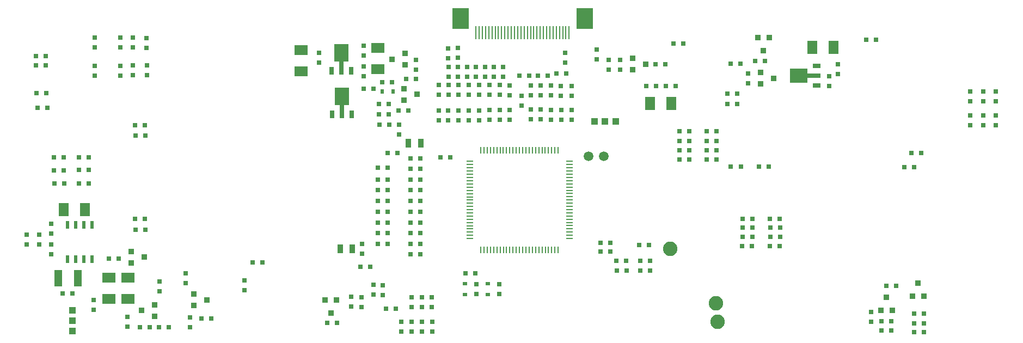
<source format=gtp>
G04 (created by PCBNEW-RS274X (2011-07-08 BZR 3044)-stable) date 12/10/2011 23:54:17*
G01*
G70*
G90*
%MOIN*%
G04 Gerber Fmt 3.4, Leading zero omitted, Abs format*
%FSLAX34Y34*%
G04 APERTURE LIST*
%ADD10C,0.020000*%
%ADD11R,0.035000X0.055000*%
%ADD12R,0.025000X0.031500*%
%ADD13R,0.031500X0.025000*%
%ADD14C,0.088600*%
%ADD15R,0.036000X0.036000*%
%ADD16R,0.040000X0.010000*%
%ADD17R,0.010000X0.040000*%
%ADD18R,0.010000X0.080000*%
%ADD19R,0.100000X0.130000*%
%ADD20R,0.027600X0.047200*%
%ADD21R,0.027600X0.078700*%
%ADD22R,0.086600X0.110300*%
%ADD23R,0.020000X0.045000*%
%ADD24R,0.039400X0.039400*%
%ADD25R,0.047200X0.027600*%
%ADD26R,0.078700X0.027600*%
%ADD27R,0.110300X0.086600*%
%ADD28R,0.031500X0.023600*%
%ADD29R,0.080000X0.060000*%
%ADD30R,0.060000X0.080000*%
%ADD31R,0.050000X0.100000*%
%ADD32C,0.059100*%
%ADD33R,0.023600X0.031500*%
G04 APERTURE END LIST*
G54D10*
G54D11*
X34342Y-27756D03*
X33592Y-27756D03*
X38525Y-21315D03*
X37775Y-21315D03*
G54D12*
X36510Y-27450D03*
X35910Y-27450D03*
X36510Y-26800D03*
X35910Y-26800D03*
X36510Y-24832D03*
X35910Y-24832D03*
X36510Y-23523D03*
X35910Y-23523D03*
G54D13*
X35035Y-15322D03*
X35035Y-15922D03*
G54D12*
X36510Y-26151D03*
X35910Y-26151D03*
X36510Y-25491D03*
X35910Y-25491D03*
X36510Y-24173D03*
X35910Y-24173D03*
X36509Y-22815D03*
X35909Y-22815D03*
X50133Y-27392D03*
X49533Y-27392D03*
X51897Y-27539D03*
X52497Y-27539D03*
G54D13*
X32293Y-15753D03*
X32293Y-16353D03*
X34951Y-27476D03*
X34951Y-28076D03*
G54D12*
X49533Y-27933D03*
X50133Y-27933D03*
X38518Y-28090D03*
X37918Y-28090D03*
X35644Y-17953D03*
X35044Y-17953D03*
X15064Y-19144D03*
X15664Y-19144D03*
X59228Y-22740D03*
X59828Y-22740D03*
G54D13*
X37972Y-32231D03*
X37972Y-32831D03*
G54D12*
X51964Y-29085D03*
X52564Y-29085D03*
X14956Y-16535D03*
X15556Y-16535D03*
X53529Y-17795D03*
X54129Y-17795D03*
G54D13*
X38602Y-32231D03*
X38602Y-32831D03*
X39224Y-32231D03*
X39224Y-32831D03*
X47386Y-16367D03*
X47386Y-15767D03*
G54D12*
X45162Y-17173D03*
X44562Y-17173D03*
G54D13*
X43021Y-16620D03*
X43021Y-17220D03*
X41918Y-16620D03*
X41918Y-17220D03*
X43572Y-16620D03*
X43572Y-17220D03*
X42470Y-16620D03*
X42470Y-17220D03*
X41367Y-16620D03*
X41367Y-17220D03*
G54D12*
X47426Y-17043D03*
X46826Y-17043D03*
X45708Y-17181D03*
X46308Y-17181D03*
X37111Y-21894D03*
X36511Y-21894D03*
X37918Y-22224D03*
X38518Y-22224D03*
X38508Y-27450D03*
X37908Y-27450D03*
X38518Y-26151D03*
X37918Y-26151D03*
X38518Y-24832D03*
X37918Y-24832D03*
X38518Y-23523D03*
X37918Y-23523D03*
G54D13*
X38594Y-30743D03*
X38594Y-31343D03*
G54D12*
X38518Y-26800D03*
X37918Y-26800D03*
X38519Y-25491D03*
X37919Y-25491D03*
X38518Y-24173D03*
X37918Y-24173D03*
X38518Y-22873D03*
X37918Y-22873D03*
X57516Y-22736D03*
X58131Y-22736D03*
G54D13*
X37969Y-30747D03*
X37969Y-31347D03*
X39217Y-30747D03*
X39217Y-31347D03*
G54D12*
X50517Y-28484D03*
X51117Y-28484D03*
X50527Y-29085D03*
X51127Y-29085D03*
X52919Y-16466D03*
X53519Y-16466D03*
G54D13*
X50728Y-16796D03*
X50728Y-16196D03*
X49321Y-15576D03*
X49321Y-16176D03*
X40816Y-15478D03*
X40816Y-16078D03*
X40816Y-17220D03*
X40816Y-16620D03*
X40226Y-17219D03*
X40226Y-16619D03*
X40217Y-15487D03*
X40217Y-16087D03*
X39626Y-19291D03*
X39626Y-19891D03*
X40843Y-19291D03*
X40843Y-19891D03*
X42114Y-19283D03*
X42114Y-19883D03*
X43366Y-19275D03*
X43366Y-19875D03*
X39626Y-17735D03*
X39626Y-18335D03*
X40843Y-17735D03*
X40843Y-18335D03*
X42110Y-17735D03*
X42110Y-18335D03*
X43366Y-17735D03*
X43366Y-18335D03*
X40220Y-19287D03*
X40220Y-19887D03*
X41461Y-19283D03*
X41461Y-19883D03*
X42748Y-19275D03*
X42748Y-19875D03*
X43988Y-19275D03*
X43988Y-19875D03*
X40228Y-17735D03*
X40228Y-18335D03*
X41461Y-17728D03*
X41461Y-18328D03*
X42740Y-17743D03*
X42740Y-18343D03*
X43980Y-17751D03*
X43980Y-18351D03*
X47130Y-19263D03*
X47130Y-19863D03*
X45866Y-19247D03*
X45866Y-19847D03*
X47783Y-19263D03*
X47783Y-19863D03*
X46504Y-19255D03*
X46504Y-19855D03*
X45264Y-19239D03*
X45264Y-19839D03*
X47780Y-17783D03*
X47780Y-18383D03*
X46504Y-17779D03*
X46504Y-18379D03*
X45264Y-17763D03*
X45264Y-18363D03*
X47122Y-17787D03*
X47122Y-18387D03*
X45870Y-17771D03*
X45870Y-18371D03*
G54D12*
X52338Y-17805D03*
X52938Y-17805D03*
X14966Y-15965D03*
X15566Y-15965D03*
X15615Y-18228D03*
X15015Y-18228D03*
X67623Y-30039D03*
X67023Y-30039D03*
X68745Y-31742D03*
X69345Y-31742D03*
G54D13*
X66101Y-31629D03*
X66101Y-32229D03*
G54D12*
X66747Y-32756D03*
X67347Y-32756D03*
X68755Y-32323D03*
X69355Y-32323D03*
G54D14*
X53807Y-27764D03*
G54D12*
X68755Y-32874D03*
X69355Y-32874D03*
G54D15*
X69336Y-30666D03*
X68636Y-30666D03*
X68986Y-29866D03*
X67396Y-31542D03*
X66696Y-31542D03*
X67046Y-30742D03*
X51500Y-16806D03*
X51500Y-16106D03*
X52300Y-16456D03*
G54D13*
X18490Y-30910D03*
X18490Y-31510D03*
G54D12*
X20050Y-28380D03*
X19450Y-28380D03*
G54D15*
X20812Y-28618D03*
X20812Y-27918D03*
X21612Y-28268D03*
G54D12*
X57298Y-18278D03*
X57898Y-18278D03*
X57294Y-18898D03*
X57894Y-18898D03*
X54591Y-15201D03*
X53991Y-15201D03*
X52574Y-28484D03*
X51974Y-28484D03*
G54D13*
X73750Y-18145D03*
X73750Y-18745D03*
G54D16*
X41527Y-27134D03*
X41527Y-22414D03*
X41527Y-22614D03*
X41527Y-22804D03*
X41527Y-23004D03*
X41527Y-23204D03*
X41527Y-23394D03*
X41527Y-23594D03*
X41527Y-23794D03*
X41527Y-23984D03*
X41527Y-24184D03*
X41527Y-24384D03*
X41527Y-24584D03*
X41527Y-24774D03*
X41527Y-24974D03*
X41527Y-25174D03*
X41527Y-25364D03*
X41527Y-25564D03*
X41527Y-25764D03*
X41527Y-25954D03*
X41527Y-26154D03*
X41527Y-26354D03*
X41527Y-26544D03*
X41527Y-26744D03*
X41527Y-26944D03*
G54D17*
X42217Y-21724D03*
X46937Y-21724D03*
X46737Y-21724D03*
X46547Y-21724D03*
X46347Y-21724D03*
X46147Y-21724D03*
X45957Y-21724D03*
X45757Y-21724D03*
X45557Y-21724D03*
X45367Y-21724D03*
X45167Y-21724D03*
X44967Y-21724D03*
X44767Y-21724D03*
X44577Y-21724D03*
X44377Y-21724D03*
X44177Y-21724D03*
X43987Y-21724D03*
X43787Y-21724D03*
X43587Y-21724D03*
X43397Y-21724D03*
X43197Y-21724D03*
X42997Y-21724D03*
X42807Y-21724D03*
X42607Y-21724D03*
X42407Y-21724D03*
X42217Y-27824D03*
X42417Y-27824D03*
X42607Y-27824D03*
X42807Y-27824D03*
X43007Y-27824D03*
X43197Y-27824D03*
X43397Y-27824D03*
X43597Y-27824D03*
X43787Y-27824D03*
X43987Y-27824D03*
X44187Y-27824D03*
X44387Y-27824D03*
X44577Y-27824D03*
X44777Y-27824D03*
X44977Y-27824D03*
X45167Y-27824D03*
X45367Y-27824D03*
X45567Y-27824D03*
X45757Y-27824D03*
X45957Y-27824D03*
X46157Y-27824D03*
X46347Y-27824D03*
X46547Y-27824D03*
X46747Y-27824D03*
X46937Y-27824D03*
G54D16*
X47627Y-27134D03*
X47627Y-26934D03*
X47627Y-26744D03*
X47627Y-26544D03*
X47627Y-26344D03*
X47627Y-26154D03*
X47627Y-25954D03*
X47627Y-25754D03*
X47627Y-25564D03*
X47627Y-25364D03*
X47627Y-25164D03*
X47627Y-24964D03*
X47627Y-24774D03*
X47627Y-24574D03*
X47627Y-24374D03*
X47627Y-24184D03*
X47627Y-23984D03*
X47627Y-23784D03*
X47627Y-23594D03*
X47627Y-23394D03*
X47627Y-23194D03*
X47627Y-23004D03*
X47627Y-22804D03*
X47627Y-22604D03*
X47627Y-22414D03*
G54D18*
X43878Y-14548D03*
X44078Y-14548D03*
X44273Y-14548D03*
X44468Y-14548D03*
X44668Y-14548D03*
X44863Y-14548D03*
X45058Y-14548D03*
X45258Y-14548D03*
X45453Y-14548D03*
X45648Y-14548D03*
X43681Y-14548D03*
X45848Y-14548D03*
X46043Y-14548D03*
X43484Y-14548D03*
X47618Y-14548D03*
X46238Y-14548D03*
X46438Y-14548D03*
X46633Y-14548D03*
X46828Y-14548D03*
X47028Y-14548D03*
X47223Y-14548D03*
X47418Y-14548D03*
X43287Y-14548D03*
X43091Y-14548D03*
X42894Y-14548D03*
X42697Y-14548D03*
X42500Y-14548D03*
X42303Y-14548D03*
X42106Y-14548D03*
X41909Y-14548D03*
G54D19*
X48588Y-13668D03*
X40958Y-13668D03*
G54D20*
X33078Y-16854D03*
G54D21*
X33669Y-16697D03*
G54D20*
X34260Y-16854D03*
G54D22*
X33669Y-15752D03*
G54D20*
X33110Y-19537D03*
G54D21*
X33701Y-19380D03*
G54D20*
X34292Y-19537D03*
G54D22*
X33701Y-18435D03*
G54D12*
X16088Y-22972D03*
X16688Y-22972D03*
X16117Y-23750D03*
X16717Y-23750D03*
G54D13*
X72156Y-18125D03*
X72156Y-18725D03*
G54D12*
X16088Y-22175D03*
X16688Y-22175D03*
G54D13*
X72972Y-18135D03*
X72972Y-18735D03*
G54D12*
X17604Y-22943D03*
X18204Y-22943D03*
X17613Y-23750D03*
X18213Y-23750D03*
G54D13*
X72165Y-19611D03*
X72165Y-20211D03*
G54D12*
X17604Y-22175D03*
X18204Y-22175D03*
G54D13*
X72972Y-19611D03*
X72972Y-20211D03*
X73750Y-19611D03*
X73750Y-20211D03*
G54D12*
X40343Y-22154D03*
X39743Y-22154D03*
G54D13*
X15894Y-27483D03*
X15894Y-28083D03*
X15890Y-26247D03*
X15890Y-26847D03*
G54D23*
X16919Y-26296D03*
X16919Y-28396D03*
X17419Y-26296D03*
X17919Y-26296D03*
X18419Y-26296D03*
X17419Y-28396D03*
X17919Y-28396D03*
X18419Y-28396D03*
G54D12*
X16602Y-30488D03*
X17202Y-30488D03*
G54D13*
X15161Y-26885D03*
X15161Y-27485D03*
X24130Y-29859D03*
X24130Y-29259D03*
X20579Y-32540D03*
X20579Y-31940D03*
G54D12*
X23119Y-32551D03*
X22519Y-32551D03*
X21342Y-32551D03*
X21942Y-32551D03*
X25106Y-32020D03*
X25706Y-32020D03*
G54D13*
X24421Y-31976D03*
X24421Y-32576D03*
G54D15*
X24651Y-31240D03*
X24651Y-30540D03*
X25451Y-30890D03*
X22239Y-31189D03*
X22239Y-31889D03*
X21439Y-31539D03*
G54D12*
X36401Y-31421D03*
X37001Y-31421D03*
G54D13*
X37339Y-32831D03*
X37339Y-32231D03*
X36189Y-30583D03*
X36189Y-29983D03*
X35630Y-30580D03*
X35630Y-29980D03*
X34902Y-31320D03*
X34902Y-30720D03*
X34283Y-31312D03*
X34283Y-30712D03*
X50039Y-16192D03*
X50039Y-16792D03*
G54D14*
X56618Y-31114D03*
X56689Y-32244D03*
G54D24*
X17205Y-32173D03*
X17205Y-32813D03*
X17205Y-31533D03*
G54D13*
X58571Y-17027D03*
X58571Y-17627D03*
G54D12*
X54366Y-21153D03*
X54966Y-21153D03*
X54362Y-22291D03*
X54962Y-22291D03*
X58232Y-26480D03*
X58832Y-26480D03*
X58221Y-27586D03*
X58821Y-27586D03*
X54378Y-20582D03*
X54978Y-20582D03*
X54362Y-21724D03*
X54962Y-21724D03*
X58228Y-25917D03*
X58828Y-25917D03*
X58225Y-27031D03*
X58825Y-27031D03*
G54D13*
X20146Y-17150D03*
X20146Y-16550D03*
X21756Y-17146D03*
X21756Y-16546D03*
G54D12*
X21658Y-26598D03*
X21058Y-26598D03*
G54D13*
X18563Y-17158D03*
X18563Y-16558D03*
X20921Y-17139D03*
X20921Y-16539D03*
G54D12*
X21658Y-20835D03*
X21058Y-20835D03*
G54D13*
X18559Y-15434D03*
X18559Y-14834D03*
X20921Y-15434D03*
X20921Y-14834D03*
G54D12*
X21650Y-20205D03*
X21050Y-20205D03*
X56054Y-20578D03*
X56654Y-20578D03*
X56051Y-21728D03*
X56651Y-21728D03*
X59921Y-25916D03*
X60521Y-25916D03*
X59924Y-27035D03*
X60524Y-27035D03*
G54D13*
X20142Y-15434D03*
X20142Y-14834D03*
X21752Y-15454D03*
X21752Y-14854D03*
G54D12*
X21639Y-25933D03*
X21039Y-25933D03*
X56051Y-21149D03*
X56651Y-21149D03*
X56051Y-22287D03*
X56651Y-22287D03*
X59924Y-26476D03*
X60524Y-26476D03*
X59909Y-27590D03*
X60509Y-27590D03*
G54D25*
X62760Y-17764D03*
G54D26*
X62603Y-17173D03*
G54D25*
X62760Y-16582D03*
G54D27*
X61658Y-17173D03*
G54D13*
X64075Y-17056D03*
X64075Y-16456D03*
X63524Y-17212D03*
X63524Y-17812D03*
G54D12*
X58995Y-16272D03*
X59595Y-16272D03*
G54D15*
X59352Y-17673D03*
X59352Y-16973D03*
X60152Y-17323D03*
G54D24*
X49819Y-19969D03*
X50459Y-19969D03*
X49179Y-19969D03*
G54D12*
X65798Y-14969D03*
X66398Y-14969D03*
G54D13*
X43323Y-29928D03*
X43323Y-30528D03*
G54D12*
X41875Y-29260D03*
X41275Y-29260D03*
G54D13*
X41929Y-29917D03*
X41929Y-30517D03*
X27732Y-30304D03*
X27732Y-29704D03*
G54D12*
X69186Y-21894D03*
X68586Y-21894D03*
X28831Y-28598D03*
X28231Y-28598D03*
X68753Y-22780D03*
X68153Y-22780D03*
X67346Y-32205D03*
X66746Y-32205D03*
G54D28*
X42650Y-29893D03*
X42650Y-30563D03*
X41236Y-29893D03*
X41236Y-30563D03*
G54D13*
X14421Y-26885D03*
X14421Y-27485D03*
X22524Y-30367D03*
X22524Y-29767D03*
G54D12*
X32798Y-32295D03*
X33398Y-32295D03*
G54D15*
X32678Y-30887D03*
X33378Y-30887D03*
X33028Y-31687D03*
G54D12*
X34854Y-28874D03*
X35454Y-28874D03*
G54D15*
X59160Y-14830D03*
X59860Y-14830D03*
X59510Y-15630D03*
G54D12*
X57500Y-16420D03*
X58100Y-16420D03*
G54D29*
X31197Y-15590D03*
X31197Y-16890D03*
X35902Y-15472D03*
X35902Y-16772D03*
X19429Y-30839D03*
X19429Y-29539D03*
X20591Y-30839D03*
X20591Y-29539D03*
G54D30*
X16669Y-25358D03*
X17969Y-25358D03*
X52570Y-18880D03*
X53870Y-18880D03*
G54D31*
X16337Y-29571D03*
X17537Y-29571D03*
G54D30*
X62515Y-15437D03*
X63815Y-15437D03*
G54D32*
X48803Y-22110D03*
X49724Y-22110D03*
G54D15*
X37517Y-18657D03*
X37517Y-17957D03*
X38317Y-18307D03*
X37581Y-15804D03*
X37581Y-16504D03*
X36781Y-16154D03*
G54D33*
X36169Y-18142D03*
X36839Y-18142D03*
G54D12*
X35976Y-18906D03*
X36576Y-18906D03*
X36007Y-20169D03*
X36607Y-20169D03*
G54D13*
X37205Y-20776D03*
X37205Y-20176D03*
X38224Y-16812D03*
X38224Y-16212D03*
G54D12*
X38233Y-17370D03*
X37633Y-17370D03*
X35987Y-19539D03*
X36587Y-19539D03*
X37184Y-19295D03*
X37784Y-19295D03*
X36769Y-17567D03*
X36169Y-17567D03*
G54D13*
X35047Y-16613D03*
X35047Y-17213D03*
X44693Y-19005D03*
X44693Y-18405D03*
M02*

</source>
